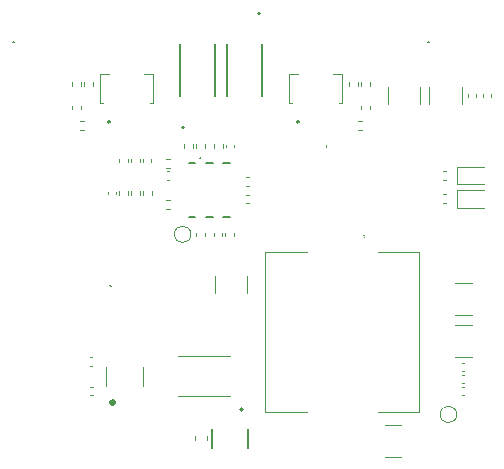
<source format=gbr>
%TF.GenerationSoftware,KiCad,Pcbnew,9.0.2*%
%TF.CreationDate,2025-06-26T01:43:21+01:00*%
%TF.ProjectId,PDB_AURA,5044425f-4155-4524-912e-6b696361645f,rev?*%
%TF.SameCoordinates,Original*%
%TF.FileFunction,Legend,Top*%
%TF.FilePolarity,Positive*%
%FSLAX46Y46*%
G04 Gerber Fmt 4.6, Leading zero omitted, Abs format (unit mm)*
G04 Created by KiCad (PCBNEW 9.0.2) date 2025-06-26 01:43:21*
%MOMM*%
%LPD*%
G01*
G04 APERTURE LIST*
%ADD10C,0.120000*%
%ADD11C,0.127000*%
%ADD12C,0.200000*%
%ADD13C,0.100000*%
%ADD14C,0.300000*%
G04 APERTURE END LIST*
D10*
%TO.C,R202*%
X71870000Y-66596359D02*
X71870000Y-66903641D01*
X72630000Y-66596359D02*
X72630000Y-66903641D01*
D11*
%TO.C,U301*%
X75500000Y-58167500D02*
X75500000Y-62567500D01*
X78500000Y-58167500D02*
X78500000Y-62567500D01*
D12*
X78325000Y-55552500D02*
G75*
G02*
X78125000Y-55552500I-100000J0D01*
G01*
X78125000Y-55552500D02*
G75*
G02*
X78325000Y-55552500I100000J0D01*
G01*
D10*
%TO.C,R210*%
X75370000Y-74403641D02*
X75370000Y-74096359D01*
X76130000Y-74403641D02*
X76130000Y-74096359D01*
%TO.C,R206*%
X68370000Y-70596359D02*
X68370000Y-70903641D01*
X69130000Y-70596359D02*
X69130000Y-70903641D01*
%TO.C,R203*%
X70653641Y-71370000D02*
X70346359Y-71370000D01*
X70653641Y-72130000D02*
X70346359Y-72130000D01*
%TO.C,TP202*%
X72450000Y-74250000D02*
G75*
G02*
X71050000Y-74250000I-700000J0D01*
G01*
X71050000Y-74250000D02*
G75*
G02*
X72450000Y-74250000I700000J0D01*
G01*
%TO.C,C200*%
X89140000Y-63211252D02*
X89140000Y-61788748D01*
X91860000Y-63211252D02*
X91860000Y-61788748D01*
%TO.C,C205*%
X88838748Y-90390000D02*
X90261252Y-90390000D01*
X88838748Y-93110000D02*
X90261252Y-93110000D01*
D13*
%TO.C,Q200*%
X87095000Y-74341000D02*
X87095000Y-74341000D01*
X87095000Y-74441000D02*
X87095000Y-74441000D01*
X87095000Y-74341000D02*
G75*
G02*
X87095000Y-74441000I0J-50000D01*
G01*
X87095000Y-74441000D02*
G75*
G02*
X87095000Y-74341000I0J50000D01*
G01*
D10*
%TO.C,R209*%
X72870000Y-74096359D02*
X72870000Y-74403641D01*
X73630000Y-74096359D02*
X73630000Y-74403641D01*
%TO.C,C104*%
X64107836Y-84640000D02*
X63892164Y-84640000D01*
X64107836Y-85360000D02*
X63892164Y-85360000D01*
%TO.C,C210*%
X74390000Y-74142164D02*
X74390000Y-74357836D01*
X75110000Y-74142164D02*
X75110000Y-74357836D01*
%TO.C,D200*%
X95015000Y-70515000D02*
X95015000Y-71985000D01*
X95015000Y-71985000D02*
X97300000Y-71985000D01*
X97300000Y-70515000D02*
X95015000Y-70515000D01*
%TO.C,C218*%
X97140000Y-62607836D02*
X97140000Y-62392164D01*
X97860000Y-62607836D02*
X97860000Y-62392164D01*
%TO.C,C212*%
X66390000Y-67892164D02*
X66390000Y-68107836D01*
X67110000Y-67892164D02*
X67110000Y-68107836D01*
%TO.C,C211*%
X70607836Y-68890000D02*
X70392164Y-68890000D01*
X70607836Y-69610000D02*
X70392164Y-69610000D01*
%TO.C,R211*%
X93766359Y-70870000D02*
X94073641Y-70870000D01*
X93766359Y-71630000D02*
X94073641Y-71630000D01*
D13*
%TO.C,Q300*%
X64750000Y-60675000D02*
X65500000Y-60675000D01*
X64750000Y-63125000D02*
X64750000Y-60675000D01*
X65000000Y-63125000D02*
X64750000Y-63125000D01*
D12*
X65400000Y-64725000D02*
X65400000Y-64725000D01*
X65600000Y-64725000D02*
X65600000Y-64725000D01*
D13*
X68500000Y-60675000D02*
X69250000Y-60675000D01*
X69250000Y-60675000D02*
X69250000Y-63125000D01*
X69250000Y-63125000D02*
X69000000Y-63125000D01*
D12*
X65400000Y-64725000D02*
G75*
G02*
X65600000Y-64725000I100000J0D01*
G01*
X65600000Y-64725000D02*
G75*
G02*
X65400000Y-64725000I-100000J0D01*
G01*
D10*
%TO.C,R207*%
X66370000Y-70596359D02*
X66370000Y-70903641D01*
X67130000Y-70596359D02*
X67130000Y-70903641D01*
%TO.C,R208*%
X70346359Y-67870000D02*
X70653641Y-67870000D01*
X70346359Y-68630000D02*
X70653641Y-68630000D01*
%TO.C,C207*%
X77096359Y-69370000D02*
X77403641Y-69370000D01*
X77096359Y-70130000D02*
X77403641Y-70130000D01*
D12*
%TO.C,U200*%
X72250000Y-68250000D02*
X72800000Y-68250000D01*
X72250000Y-72750000D02*
X72800000Y-72750000D01*
X73700000Y-68250000D02*
X74300000Y-68250000D01*
X73700000Y-72750000D02*
X74300000Y-72750000D01*
X75750000Y-68250000D02*
X75200000Y-68250000D01*
X75750000Y-72750000D02*
X75200000Y-72750000D01*
X73270590Y-67808000D02*
G75*
G02*
X73227410Y-67808000I-21590J0D01*
G01*
X73227410Y-67808000D02*
G75*
G02*
X73270590Y-67808000I21590J0D01*
G01*
D10*
%TO.C,C202*%
X95392164Y-85140000D02*
X95607836Y-85140000D01*
X95392164Y-85860000D02*
X95607836Y-85860000D01*
%TO.C,C209*%
X77142164Y-70890000D02*
X77357836Y-70890000D01*
X77142164Y-71610000D02*
X77357836Y-71610000D01*
D13*
%TO.C,Q201*%
X83924000Y-66761000D02*
X83924000Y-66761000D01*
X83924000Y-66861000D02*
X83924000Y-66861000D01*
X83924000Y-66761000D02*
G75*
G02*
X83924000Y-66861000I0J-50000D01*
G01*
X83924000Y-66861000D02*
G75*
G02*
X83924000Y-66761000I0J50000D01*
G01*
D10*
%TO.C,R205*%
X67370000Y-70903641D02*
X67370000Y-70596359D01*
X68130000Y-70903641D02*
X68130000Y-70596359D01*
%TO.C,R200*%
X74370000Y-66903641D02*
X74370000Y-66596359D01*
X75130000Y-66903641D02*
X75130000Y-66596359D01*
%TO.C,C203*%
X95392164Y-86140000D02*
X95607836Y-86140000D01*
X95392164Y-86860000D02*
X95607836Y-86860000D01*
%TO.C,C101*%
X63912164Y-87140000D02*
X64127836Y-87140000D01*
X63912164Y-87860000D02*
X64127836Y-87860000D01*
%TO.C,R101*%
X93766359Y-68870000D02*
X94073641Y-68870000D01*
X93766359Y-69630000D02*
X94073641Y-69630000D01*
D11*
%TO.C,U302*%
X74215000Y-90700000D02*
X74215000Y-92300000D01*
X77285000Y-90700000D02*
X77285000Y-92300000D01*
D12*
X76825000Y-89085000D02*
G75*
G02*
X76625000Y-89085000I-100000J0D01*
G01*
X76625000Y-89085000D02*
G75*
G02*
X76825000Y-89085000I100000J0D01*
G01*
D10*
%TO.C,R204*%
X67370000Y-67846359D02*
X67370000Y-68153641D01*
X68130000Y-67846359D02*
X68130000Y-68153641D01*
%TO.C,C204*%
X94788748Y-81890000D02*
X96211252Y-81890000D01*
X94788748Y-84610000D02*
X96211252Y-84610000D01*
D13*
%TO.C,Q100*%
X65559000Y-78595000D02*
X65559000Y-78595000D01*
X65659000Y-78595000D02*
X65659000Y-78595000D01*
X65559000Y-78595000D02*
G75*
G02*
X65659000Y-78595000I50000J0D01*
G01*
X65659000Y-78595000D02*
G75*
G02*
X65559000Y-78595000I-50000J0D01*
G01*
D10*
%TO.C,C214*%
X68390000Y-67892164D02*
X68390000Y-68107836D01*
X69110000Y-67892164D02*
X69110000Y-68107836D01*
%TO.C,R201*%
X72870000Y-66903641D02*
X72870000Y-66596359D01*
X73630000Y-66903641D02*
X73630000Y-66596359D01*
D12*
%TO.C,D300*%
X57400000Y-58000000D02*
X57400000Y-58000000D01*
X57500000Y-58000000D02*
X57500000Y-58000000D01*
X57500000Y-58000000D02*
X57500000Y-58000000D01*
X57400000Y-58000000D02*
G75*
G02*
X57500000Y-58000000I50000J0D01*
G01*
X57400000Y-58000000D02*
G75*
G02*
X57500000Y-58000000I50000J0D01*
G01*
X57500000Y-58000000D02*
G75*
G02*
X57400000Y-58000000I-50000J0D01*
G01*
D10*
%TO.C,C215*%
X95392164Y-87140000D02*
X95607836Y-87140000D01*
X95392164Y-87860000D02*
X95607836Y-87860000D01*
%TO.C,C213*%
X65390000Y-70857836D02*
X65390000Y-70642164D01*
X66110000Y-70857836D02*
X66110000Y-70642164D01*
%TO.C,D100*%
X95015000Y-68515000D02*
X95015000Y-69985000D01*
X95015000Y-69985000D02*
X97300000Y-69985000D01*
X97300000Y-68515000D02*
X95015000Y-68515000D01*
%TO.C,TP200*%
X94950000Y-89500000D02*
G75*
G02*
X93550000Y-89500000I-700000J0D01*
G01*
X93550000Y-89500000D02*
G75*
G02*
X94950000Y-89500000I700000J0D01*
G01*
%TO.C,C217*%
X95890000Y-62607836D02*
X95890000Y-62392164D01*
X96610000Y-62607836D02*
X96610000Y-62392164D01*
%TO.C,R307*%
X86596359Y-64620000D02*
X86903641Y-64620000D01*
X86596359Y-65380000D02*
X86903641Y-65380000D01*
D13*
%TO.C,Q301*%
X80750000Y-60675000D02*
X81500000Y-60675000D01*
X80750000Y-63125000D02*
X80750000Y-60675000D01*
X81000000Y-63125000D02*
X80750000Y-63125000D01*
D12*
X81400000Y-64725000D02*
X81400000Y-64725000D01*
X81600000Y-64725000D02*
X81600000Y-64725000D01*
D13*
X84500000Y-60675000D02*
X85250000Y-60675000D01*
X85250000Y-60675000D02*
X85250000Y-63125000D01*
X85250000Y-63125000D02*
X85000000Y-63125000D01*
D12*
X81400000Y-64725000D02*
G75*
G02*
X81600000Y-64725000I100000J0D01*
G01*
X81600000Y-64725000D02*
G75*
G02*
X81400000Y-64725000I-100000J0D01*
G01*
D10*
%TO.C,R100*%
X71381936Y-84540000D02*
X75736064Y-84540000D01*
X71381936Y-87960000D02*
X75736064Y-87960000D01*
%TO.C,C300*%
X72770000Y-91359420D02*
X72770000Y-91640580D01*
X73790000Y-91359420D02*
X73790000Y-91640580D01*
%TO.C,R300*%
X62370000Y-63346359D02*
X62370000Y-63653641D01*
X63130000Y-63346359D02*
X63130000Y-63653641D01*
%TO.C,R306*%
X86870000Y-63346359D02*
X86870000Y-63653641D01*
X87630000Y-63346359D02*
X87630000Y-63653641D01*
%TO.C,R305*%
X85870000Y-61653641D02*
X85870000Y-61346359D01*
X86630000Y-61653641D02*
X86630000Y-61346359D01*
D13*
%TO.C,L200*%
X78750000Y-75750000D02*
X78750000Y-89250000D01*
X78750000Y-89250000D02*
X82250000Y-89250000D01*
X82250000Y-75750000D02*
X78750000Y-75750000D01*
X88250000Y-89250000D02*
X91750000Y-89250000D01*
X91750000Y-75750000D02*
X88250000Y-75750000D01*
X91750000Y-89250000D02*
X91750000Y-75750000D01*
D10*
%TO.C,R301*%
X63403641Y-64620000D02*
X63096359Y-64620000D01*
X63403641Y-65380000D02*
X63096359Y-65380000D01*
%TO.C,C216*%
X94788748Y-78390000D02*
X96211252Y-78390000D01*
X94788748Y-81110000D02*
X96211252Y-81110000D01*
%TO.C,R302*%
X62380000Y-61653641D02*
X62380000Y-61346359D01*
X63140000Y-61653641D02*
X63140000Y-61346359D01*
%TO.C,C208*%
X75390000Y-66857836D02*
X75390000Y-66642164D01*
X76110000Y-66857836D02*
X76110000Y-66642164D01*
%TO.C,R303*%
X63370000Y-61653641D02*
X63370000Y-61346359D01*
X64130000Y-61653641D02*
X64130000Y-61346359D01*
%TO.C,C102*%
X74449000Y-79211252D02*
X74449000Y-77788748D01*
X77169000Y-79211252D02*
X77169000Y-77788748D01*
D12*
%TO.C,D301*%
X92500000Y-58000000D02*
X92500000Y-58000000D01*
X92500000Y-58000000D02*
X92500000Y-58000000D01*
X92600000Y-58000000D02*
X92600000Y-58000000D01*
X92500000Y-58000000D02*
G75*
G02*
X92600000Y-58000000I50000J0D01*
G01*
X92600000Y-58000000D02*
G75*
G02*
X92500000Y-58000000I-50000J0D01*
G01*
X92600000Y-58000000D02*
G75*
G02*
X92500000Y-58000000I-50000J0D01*
G01*
D10*
%TO.C,U100*%
X65249000Y-86250000D02*
X65249000Y-85450000D01*
X65249000Y-86250000D02*
X65249000Y-87050000D01*
X68369000Y-86250000D02*
X68369000Y-85450000D01*
X68369000Y-86250000D02*
X68369000Y-87050000D01*
D14*
X65959000Y-88500000D02*
G75*
G02*
X65659000Y-88500000I-150000J0D01*
G01*
X65659000Y-88500000D02*
G75*
G02*
X65959000Y-88500000I150000J0D01*
G01*
D10*
%TO.C,R304*%
X86870000Y-61653641D02*
X86870000Y-61346359D01*
X87630000Y-61653641D02*
X87630000Y-61346359D01*
%TO.C,C201*%
X92640000Y-63211252D02*
X92640000Y-61788748D01*
X95360000Y-63211252D02*
X95360000Y-61788748D01*
D11*
%TO.C,U300*%
X71500000Y-62567500D02*
X71500000Y-58167500D01*
X74500000Y-62567500D02*
X74500000Y-58167500D01*
D12*
X71875000Y-65182500D02*
G75*
G02*
X71675000Y-65182500I-100000J0D01*
G01*
X71675000Y-65182500D02*
G75*
G02*
X71875000Y-65182500I100000J0D01*
G01*
%TD*%
M02*

</source>
